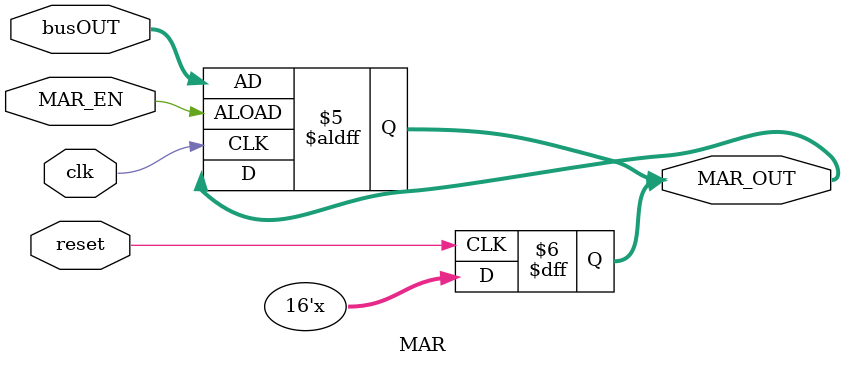
<source format=v>
module MAR(
	input [15:0] busOUT,
	input MAR_EN,reset,clk,
	output reg [15:0] MAR_OUT
	   );


always @(posedge reset) 
begin
 if(reset == 1'b1)
  MAR_OUT <= 16'bzzzzzzzzzzzzzzzz; 
end 

always @(posedge MAR_EN or posedge clk) 
begin
 if(MAR_EN == 1)
  MAR_OUT <= busOUT; 
end 
endmodule 

</source>
